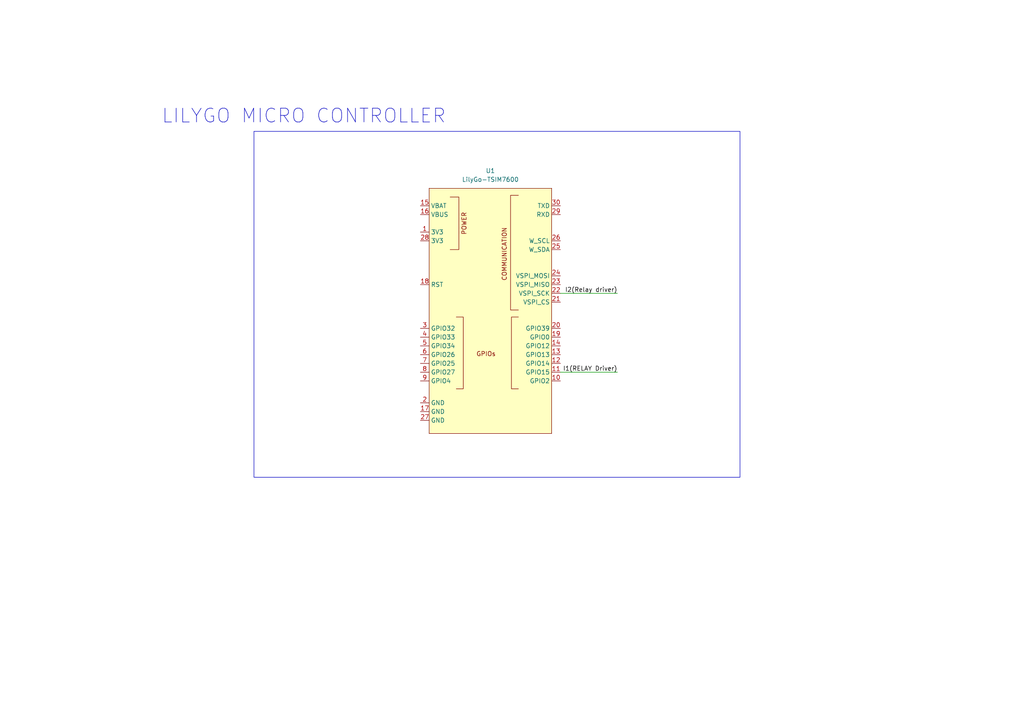
<source format=kicad_sch>
(kicad_sch
	(version 20231120)
	(generator "eeschema")
	(generator_version "8.0")
	(uuid "8b3fcfd6-5abc-4023-ae5a-634d031ff8d7")
	(paper "A4")
	(lib_symbols
		(symbol "Lilygo-TSIM7600-dev-board:T-SIM7600_Dev_Board"
			(exclude_from_sim no)
			(in_bom no)
			(on_board yes)
			(property "Reference" "U"
				(at 1.27 37.084 0)
				(effects
					(font
						(size 1.27 1.27)
					)
				)
			)
			(property "Value" "LilyGo-TSIM7600"
				(at 1.524 -37.592 0)
				(effects
					(font
						(size 1.27 1.27)
					)
				)
			)
			(property "Footprint" ""
				(at -6.604 15.24 0)
				(effects
					(font
						(size 1.27 1.27)
					)
					(hide yes)
				)
			)
			(property "Datasheet" ""
				(at -6.604 15.24 0)
				(effects
					(font
						(size 1.27 1.27)
					)
					(hide yes)
				)
			)
			(property "Description" ""
				(at -6.604 15.24 0)
				(effects
					(font
						(size 1.27 1.27)
					)
					(hide yes)
				)
			)
			(symbol "T-SIM7600_Dev_Board_0_1"
				(polyline
					(pts
						(xy -11.684 33.02) (xy -9.144 33.02) (xy -9.144 20.32) (xy -9.144 17.78) (xy -11.684 17.78)
					)
					(stroke
						(width 0)
						(type default)
					)
					(fill
						(type none)
					)
				)
			)
			(symbol "T-SIM7600_Dev_Board_1_1"
				(rectangle
					(start -17.78 35.56)
					(end 17.78 -35.56)
					(stroke
						(width 0)
						(type default)
					)
					(fill
						(type background)
					)
				)
				(polyline
					(pts
						(xy -9.906 -22.606) (xy -7.874 -22.606) (xy -7.874 -1.778) (xy -9.906 -1.778)
					)
					(stroke
						(width 0)
						(type default)
					)
					(fill
						(type none)
					)
				)
				(polyline
					(pts
						(xy 8.128 -1.778) (xy 6.096 -1.778) (xy 6.096 -22.606) (xy 8.128 -22.606)
					)
					(stroke
						(width 0)
						(type default)
					)
					(fill
						(type none)
					)
				)
				(polyline
					(pts
						(xy 8.128 33.528) (xy 5.842 33.528) (xy 5.842 0.254) (xy 8.128 0.254)
					)
					(stroke
						(width 0)
						(type default)
					)
					(fill
						(type none)
					)
				)
				(text "COMMUNICATION"
					(at 4.064 16.51 900)
					(effects
						(font
							(size 1.27 1.27)
						)
					)
				)
				(text "GPIOs"
					(at -1.27 -12.446 0)
					(effects
						(font
							(size 1.27 1.27)
						)
					)
				)
				(text "POWER"
					(at -7.62 25.4 900)
					(effects
						(font
							(size 1.27 1.27)
						)
					)
				)
				(pin bidirectional line
					(at -20.32 22.86 0)
					(length 2.54)
					(name "3V3"
						(effects
							(font
								(size 1.27 1.27)
							)
						)
					)
					(number "1"
						(effects
							(font
								(size 1.27 1.27)
							)
						)
					)
				)
				(pin bidirectional line
					(at 20.32 -20.32 180)
					(length 2.54)
					(name "GPIO2"
						(effects
							(font
								(size 1.27 1.27)
							)
						)
					)
					(number "10"
						(effects
							(font
								(size 1.27 1.27)
							)
						)
					)
				)
				(pin bidirectional line
					(at 20.32 -17.78 180)
					(length 2.54)
					(name "GPIO15"
						(effects
							(font
								(size 1.27 1.27)
							)
						)
					)
					(number "11"
						(effects
							(font
								(size 1.27 1.27)
							)
						)
					)
				)
				(pin bidirectional line
					(at 20.32 -15.24 180)
					(length 2.54)
					(name "GPIO14"
						(effects
							(font
								(size 1.27 1.27)
							)
						)
					)
					(number "12"
						(effects
							(font
								(size 1.27 1.27)
							)
						)
					)
				)
				(pin bidirectional line
					(at 20.32 -12.7 180)
					(length 2.54)
					(name "GPIO13"
						(effects
							(font
								(size 1.27 1.27)
							)
						)
					)
					(number "13"
						(effects
							(font
								(size 1.27 1.27)
							)
						)
					)
				)
				(pin bidirectional line
					(at 20.32 -10.16 180)
					(length 2.54)
					(name "GPIO12"
						(effects
							(font
								(size 1.27 1.27)
							)
						)
					)
					(number "14"
						(effects
							(font
								(size 1.27 1.27)
							)
						)
					)
				)
				(pin power_in line
					(at -20.32 30.48 0)
					(length 2.54)
					(name "VBAT"
						(effects
							(font
								(size 1.27 1.27)
							)
						)
					)
					(number "15"
						(effects
							(font
								(size 1.27 1.27)
							)
						)
					)
				)
				(pin power_in line
					(at -20.32 27.94 0)
					(length 2.54)
					(name "VBUS"
						(effects
							(font
								(size 1.27 1.27)
							)
						)
					)
					(number "16"
						(effects
							(font
								(size 1.27 1.27)
							)
						)
					)
				)
				(pin power_in line
					(at -20.32 -29.21 0)
					(length 2.54)
					(name "GND"
						(effects
							(font
								(size 1.27 1.27)
							)
						)
					)
					(number "17"
						(effects
							(font
								(size 1.27 1.27)
							)
						)
					)
				)
				(pin bidirectional line
					(at -20.32 7.62 0)
					(length 2.54)
					(name "RST"
						(effects
							(font
								(size 1.27 1.27)
							)
						)
					)
					(number "18"
						(effects
							(font
								(size 1.27 1.27)
							)
						)
					)
				)
				(pin bidirectional line
					(at 20.32 -7.62 180)
					(length 2.54)
					(name "GPIO0"
						(effects
							(font
								(size 1.27 1.27)
							)
						)
					)
					(number "19"
						(effects
							(font
								(size 1.27 1.27)
							)
						)
					)
				)
				(pin power_in line
					(at -20.32 -26.67 0)
					(length 2.54)
					(name "GND"
						(effects
							(font
								(size 1.27 1.27)
							)
						)
					)
					(number "2"
						(effects
							(font
								(size 1.27 1.27)
							)
						)
					)
				)
				(pin bidirectional line
					(at 20.32 -5.08 180)
					(length 2.54)
					(name "GPIO39"
						(effects
							(font
								(size 1.27 1.27)
							)
						)
					)
					(number "20"
						(effects
							(font
								(size 1.27 1.27)
							)
						)
					)
				)
				(pin bidirectional line
					(at 20.32 2.54 180)
					(length 2.54)
					(name "VSPI_CS"
						(effects
							(font
								(size 1.27 1.27)
							)
						)
					)
					(number "21"
						(effects
							(font
								(size 1.27 1.27)
							)
						)
					)
				)
				(pin bidirectional line
					(at 20.32 5.08 180)
					(length 2.54)
					(name "VSPI_SCK"
						(effects
							(font
								(size 1.27 1.27)
							)
						)
					)
					(number "22"
						(effects
							(font
								(size 1.27 1.27)
							)
						)
					)
				)
				(pin bidirectional line
					(at 20.32 7.62 180)
					(length 2.54)
					(name "VSPI_MISO"
						(effects
							(font
								(size 1.27 1.27)
							)
						)
					)
					(number "23"
						(effects
							(font
								(size 1.27 1.27)
							)
						)
					)
				)
				(pin bidirectional line
					(at 20.32 10.16 180)
					(length 2.54)
					(name "VSPI_MOSI"
						(effects
							(font
								(size 1.27 1.27)
							)
						)
					)
					(number "24"
						(effects
							(font
								(size 1.27 1.27)
							)
						)
					)
				)
				(pin bidirectional line
					(at 20.32 17.78 180)
					(length 2.54)
					(name "W_SDA"
						(effects
							(font
								(size 1.27 1.27)
							)
						)
					)
					(number "25"
						(effects
							(font
								(size 1.27 1.27)
							)
						)
					)
				)
				(pin bidirectional line
					(at 20.32 20.32 180)
					(length 2.54)
					(name "W_SCL"
						(effects
							(font
								(size 1.27 1.27)
							)
						)
					)
					(number "26"
						(effects
							(font
								(size 1.27 1.27)
							)
						)
					)
				)
				(pin power_in line
					(at -20.32 -31.75 0)
					(length 2.54)
					(name "GND"
						(effects
							(font
								(size 1.27 1.27)
							)
						)
					)
					(number "27"
						(effects
							(font
								(size 1.27 1.27)
							)
						)
					)
				)
				(pin bidirectional line
					(at -20.32 20.32 0)
					(length 2.54)
					(name "3V3"
						(effects
							(font
								(size 1.27 1.27)
							)
						)
					)
					(number "28"
						(effects
							(font
								(size 1.27 1.27)
							)
						)
					)
				)
				(pin bidirectional line
					(at 20.32 27.94 180)
					(length 2.54)
					(name "RXD"
						(effects
							(font
								(size 1.27 1.27)
							)
						)
					)
					(number "29"
						(effects
							(font
								(size 1.27 1.27)
							)
						)
					)
				)
				(pin bidirectional line
					(at -20.32 -5.08 0)
					(length 2.54)
					(name "GPIO32"
						(effects
							(font
								(size 1.27 1.27)
							)
						)
					)
					(number "3"
						(effects
							(font
								(size 1.27 1.27)
							)
						)
					)
				)
				(pin bidirectional line
					(at 20.32 30.48 180)
					(length 2.54)
					(name "TXD"
						(effects
							(font
								(size 1.27 1.27)
							)
						)
					)
					(number "30"
						(effects
							(font
								(size 1.27 1.27)
							)
						)
					)
				)
				(pin bidirectional line
					(at -20.32 -7.62 0)
					(length 2.54)
					(name "GPIO33"
						(effects
							(font
								(size 1.27 1.27)
							)
						)
					)
					(number "4"
						(effects
							(font
								(size 1.27 1.27)
							)
						)
					)
				)
				(pin bidirectional line
					(at -20.32 -10.16 0)
					(length 2.54)
					(name "GPIO34"
						(effects
							(font
								(size 1.27 1.27)
							)
						)
					)
					(number "5"
						(effects
							(font
								(size 1.27 1.27)
							)
						)
					)
				)
				(pin bidirectional line
					(at -20.32 -12.7 0)
					(length 2.54)
					(name "GPIO26"
						(effects
							(font
								(size 1.27 1.27)
							)
						)
					)
					(number "6"
						(effects
							(font
								(size 1.27 1.27)
							)
						)
					)
				)
				(pin bidirectional line
					(at -20.32 -15.24 0)
					(length 2.54)
					(name "GPIO25"
						(effects
							(font
								(size 1.27 1.27)
							)
						)
					)
					(number "7"
						(effects
							(font
								(size 1.27 1.27)
							)
						)
					)
				)
				(pin bidirectional line
					(at -20.32 -17.78 0)
					(length 2.54)
					(name "GPIO27"
						(effects
							(font
								(size 1.27 1.27)
							)
						)
					)
					(number "8"
						(effects
							(font
								(size 1.27 1.27)
							)
						)
					)
				)
				(pin bidirectional line
					(at -20.32 -20.32 0)
					(length 2.54)
					(name "GPIO4"
						(effects
							(font
								(size 1.27 1.27)
							)
						)
					)
					(number "9"
						(effects
							(font
								(size 1.27 1.27)
							)
						)
					)
				)
			)
		)
	)
	(wire
		(pts
			(xy 179.07 85.09) (xy 162.56 85.09)
		)
		(stroke
			(width 0)
			(type default)
		)
		(uuid "32b00dcf-91d6-4466-b398-b27a99b45ecd")
	)
	(wire
		(pts
			(xy 179.07 107.95) (xy 162.56 107.95)
		)
		(stroke
			(width 0)
			(type default)
		)
		(uuid "64cf0a5b-8e50-416e-a4be-8cd30171f54f")
	)
	(rectangle
		(start 73.66 38.1)
		(end 214.63 138.43)
		(stroke
			(width 0)
			(type default)
		)
		(fill
			(type none)
		)
		(uuid 67c2f1a1-4de8-48e2-919c-2160009e2db4)
	)
	(text "LILYGO MICRO CONTROLLER\n"
		(exclude_from_sim no)
		(at 88.138 33.782 0)
		(effects
			(font
				(size 4 4)
			)
		)
		(uuid "518bf733-42b6-46e4-845b-8e0dad33e012")
	)
	(label "I2(Relay driver)"
		(at 179.07 85.09 180)
		(fields_autoplaced yes)
		(effects
			(font
				(size 1.27 1.27)
			)
			(justify right bottom)
		)
		(uuid "22bac72f-957e-48c2-87a0-ff74df20ad22")
	)
	(label "I1(RELAY Driver)"
		(at 179.07 107.95 180)
		(fields_autoplaced yes)
		(effects
			(font
				(size 1.27 1.27)
			)
			(justify right bottom)
		)
		(uuid "edc35bf7-40a1-40d4-b9d9-dda8b5fdd6ca")
	)
	(symbol
		(lib_id "Lilygo-TSIM7600-dev-board:T-SIM7600_Dev_Board")
		(at 142.24 90.17 0)
		(unit 1)
		(exclude_from_sim no)
		(in_bom no)
		(on_board yes)
		(dnp no)
		(fields_autoplaced yes)
		(uuid "7fba40a4-20bc-43e3-afc4-3fba34aebf33")
		(property "Reference" "U1"
			(at 142.24 49.53 0)
			(effects
				(font
					(size 1.27 1.27)
				)
			)
		)
		(property "Value" "LilyGo-TSIM7600"
			(at 142.24 52.07 0)
			(effects
				(font
					(size 1.27 1.27)
				)
			)
		)
		(property "Footprint" ""
			(at 135.636 74.93 0)
			(effects
				(font
					(size 1.27 1.27)
				)
				(hide yes)
			)
		)
		(property "Datasheet" ""
			(at 135.636 74.93 0)
			(effects
				(font
					(size 1.27 1.27)
				)
				(hide yes)
			)
		)
		(property "Description" ""
			(at 135.636 74.93 0)
			(effects
				(font
					(size 1.27 1.27)
				)
				(hide yes)
			)
		)
		(pin "26"
			(uuid "448fcbc3-7138-497b-af9f-48c6eac3170d")
		)
		(pin "11"
			(uuid "145021c7-dcf5-4ac4-b74b-d4116d3a6506")
		)
		(pin "23"
			(uuid "b7c31b45-d4b1-4f53-9d43-33eaaf7ebe40")
		)
		(pin "25"
			(uuid "cebb498a-e3e8-4e10-af7f-bcfd92316b54")
		)
		(pin "29"
			(uuid "7156ee7f-95ce-4007-8a91-aefe44e8b838")
		)
		(pin "30"
			(uuid "7aafc89b-2182-4e34-b3b1-a54ba244f4f4")
		)
		(pin "15"
			(uuid "a64d0aa6-54dc-46e7-846f-90e46ddb7ceb")
		)
		(pin "2"
			(uuid "201056a5-bd8c-447e-9363-b4f48c668ea9")
		)
		(pin "17"
			(uuid "d51ae9b8-ea42-4c4f-ba36-631cf9bb8eda")
		)
		(pin "28"
			(uuid "c834d56d-bbec-4203-a2ba-92ff7f7ddb13")
		)
		(pin "10"
			(uuid "8a7671f5-754f-470a-be1e-83c29c3768d9")
		)
		(pin "6"
			(uuid "437904fb-2e60-422a-b6fd-930095b78068")
		)
		(pin "19"
			(uuid "fb5f555e-2b89-49ff-990b-87dfcda6b74b")
		)
		(pin "20"
			(uuid "445bf3ec-d756-4383-9b67-46b2098a5eb6")
		)
		(pin "8"
			(uuid "b8936b85-8322-4879-ae08-79bcefc886bd")
		)
		(pin "4"
			(uuid "1ac7e1eb-2273-4315-baa3-add4033cbbec")
		)
		(pin "12"
			(uuid "fa098a44-57da-40f0-881c-86e27a134459")
		)
		(pin "5"
			(uuid "67d2a4b0-0c5c-4e25-8c7a-f7ec11ded5f0")
		)
		(pin "3"
			(uuid "f30ecd14-9aad-4b37-beb0-6de89563b9bc")
		)
		(pin "22"
			(uuid "1a5a5dfe-a7cb-4b5e-91d4-cb3920302cb2")
		)
		(pin "14"
			(uuid "36dd7b2c-8f5f-41e4-b86e-019da8735bd7")
		)
		(pin "13"
			(uuid "ecda4f14-c9a8-4a63-9908-14f99a4c0202")
		)
		(pin "7"
			(uuid "d84f1eaa-a130-4086-ba24-0faf41cecd1c")
		)
		(pin "18"
			(uuid "2293c737-fbc8-4be0-b785-a9ff9e916ddd")
		)
		(pin "24"
			(uuid "48ce50db-1ab3-4763-bd20-62c662da830d")
		)
		(pin "9"
			(uuid "4f0cb85a-6d09-42da-a37a-693584a4c95d")
		)
		(pin "16"
			(uuid "cb22d83d-6599-479a-8371-ca504a6678fe")
		)
		(pin "1"
			(uuid "43854069-2aad-4a60-94d3-b2880c06351b")
		)
		(pin "21"
			(uuid "f6615174-80f1-4ff3-b5c1-db07aa8b4377")
		)
		(pin "27"
			(uuid "6c0f1690-e0ef-46f4-bbd9-b03012a03785")
		)
		(instances
			(project "Power Pcb"
				(path "/a4ff6fce-538e-4dc3-b65a-c825f7e52b6f/17cefe33-1019-41c0-b394-f7bf4079f83f/085a08a9-b790-4fa3-b2eb-a8448c2aeb5d"
					(reference "U1")
					(unit 1)
				)
			)
		)
	)
)
</source>
